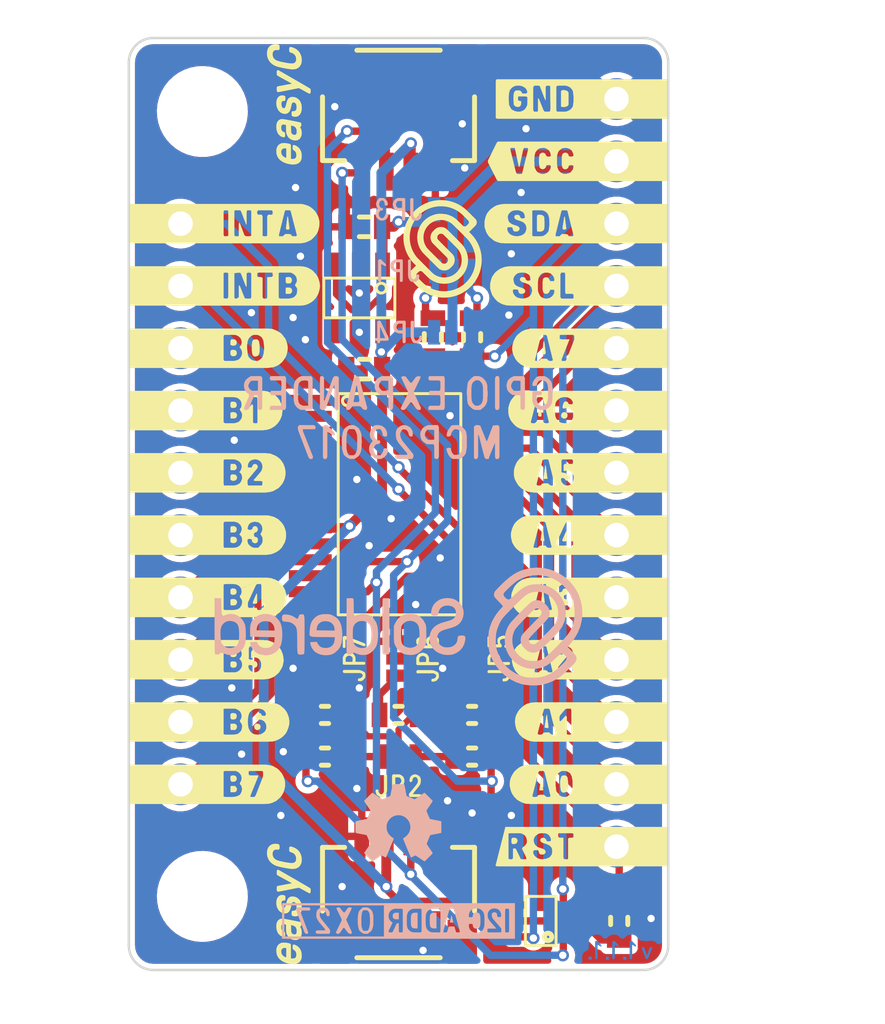
<source format=kicad_pcb>
(kicad_pcb (version 20210623) (generator pcbnew)
  (title_block (title "IO expander MCP23017 breakout") (date "2021-09-29") (rev "V1.1.1.") (company "SOLDERED") (comment 1 "333007"))
  (layers (0 "F.Cu" signal) (31 "B.Cu" signal) (34 "B.Paste" user) (35 "F.Paste" user) (36 "B.SilkS" user "B.Silkscreen") (37 "F.SilkS" user "F.Silkscreen") (38 "B.Mask" user) (39 "F.Mask" user) (44 "Edge.Cuts" user))
  (net 0 "")
  (net 1 "Net-(C3-Pad2)")
  (net 2 "GND")
  (net 3 "3V3")
  (net 4 "SDA_PULL5")
  (net 5 "5V")
  (net 6 "SCL_PULL5")
  (net 7 "SDA_PULL3,3")
  (net 8 "SCL_PULL3,3")
  (net 9 "Net-(JP5-Pad3)")
  (net 10 "A0")
  (net 11 "Net-(JP6-Pad3)")
  (net 12 "A1")
  (net 13 "Net-(JP7-Pad3)")
  (net 14 "A2")
  (net 15 "SDA3,3")
  (net 16 "SCL3,3")
  (net 17 "SCL5")
  (net 18 "SDA5")
  (net 19 "GPB0")
  (net 20 "GPB1")
  (net 21 "GPB2")
  (net 22 "GPB3")
  (net 23 "GPB4")
  (net 24 "GPB5")
  (net 25 "GPB6")
  (net 26 "GPB7")
  (net 27 "INTA")
  (net 28 "INTB")
  (net 29 "~{RESET}")
  (net 30 "GPA0")
  (net 31 "GPA1")
  (net 32 "GPA2")
  (net 33 "GPA3")
  (net 34 "GPA4")
  (net 35 "GPA5")
  (net 36 "GPA6")
  (net 37 "GPA7")
  (footprint "e-radionica.com footprinti:easyC-connector" (layer "F.Cu") (at 101 105.3)
    (fp_text reference "K3")
    (fp_text value "easyC-SMD")
  )
  (footprint "buzzardLabel" (layer "F.Cu") (at 112.4 112.11)
    (fp_text reference "")
    (fp_text value "")
  )
  (footprint "Soldered Graphics:Logo-Back-SolderedFULL-15mm" (layer "F.Cu") (at 101 126)
    (fp_text reference "REF**" hide)
    (fp_text value "Logo-Front-SolderedFULL-15mm" hide)
  )
  (footprint "e-radionica.com footprinti:0603R" (layer "F.Cu") (at 98 129.6)
    (fp_text reference "R8")
    (fp_text value "10k")
  )
  (footprint "e-radionica.com footprinti:0603C" (layer "F.Cu") (at 99.6 115.5)
    (fp_text reference "C4")
    (fp_text value "2.2uF")
  )
  (footprint "e-radionica.com footprinti:SOT-363" (layer "F.Cu") (at 106.8 138 180)
    (fp_text reference "U2")
    (fp_text value "NMOS-DUAL")
  )
  (footprint "buzzardLabel" (layer "F.Cu") (at 112.4 114.65)
    (fp_text reference "")
    (fp_text value "")
  )
  (footprint "e-radionica.com footprinti:FIDUCIAL_23" (layer "F.Cu") (at 101 104.2)
    (fp_text reference "FD1")
    (fp_text value "FIDUCIAL")
  )
  (footprint "e-radionica.com footprinti:easyC-connector" (layer "F.Cu") (at 101 136.7 180)
    (fp_text reference "K1")
    (fp_text value "easyC-SMD")
  )
  (footprint "buzzardLabel" (layer "F.Cu") (at 112.4 134.97)
    (fp_text reference "")
    (fp_text value "")
  )
  (footprint "buzzardLabel" (layer "F.Cu") (at 112.4 119.73)
    (fp_text reference "")
    (fp_text value "")
  )
  (footprint "e-radionica.com footprinti:SOT-23-5" (layer "F.Cu") (at 99.4 112.6 -90)
    (fp_text reference "U3")
    (fp_text value "SE5218")
  )
  (footprint "Soldered Graphics:Logo-Back-OSH-3.5mm" (layer "F.Cu") (at 101 134)
    (fp_text reference "G***" hide)
    (fp_text value "LOGO" hide)
  )
  (footprint "e-radionica.com footprinti:0603R" (layer "F.Cu") (at 98 131.3 180)
    (fp_text reference "R1")
    (fp_text value "10k")
  )
  (footprint "buzzardLabel" (layer "F.Cu") (at 112.4 124.81)
    (fp_text reference "")
    (fp_text value "")
  )
  (footprint "e-radionica.com footprinti:0603R" (layer "F.Cu") (at 104 129.6 180)
    (fp_text reference "R6")
    (fp_text value "10k")
  )
  (footprint "Soldered Graphics:Logo-Front-easyC-5mm" (layer "F.Cu") (at 96.5 104.7 90)
    (fp_text reference "G***" hide)
    (fp_text value "LOGO" hide)
  )
  (footprint "e-radionica.com footprinti:0603R" (layer "F.Cu") (at 102.4 114.2 -90)
    (fp_text reference "R2")
    (fp_text value "10k")
  )
  (footprint "buzzardLabel" (layer "F.Cu") (at 112.4 129.89)
    (fp_text reference "")
    (fp_text value "")
  )
  (footprint "buzzardLabel" (layer "F.Cu") (at 99.2 127.3 90)
    (fp_text reference "")
    (fp_text value "")
  )
  (footprint "buzzardLabel" (layer "F.Cu") (at 112.4 117.19)
    (fp_text reference "")
    (fp_text value "")
  )
  (footprint "e-radionica.com footprinti:SMD_JUMPER_3_PAD_TRACE" (layer "F.Cu") (at 101 131.3 180)
    (fp_text reference "JP2")
    (fp_text value "SMD_JUMPER_3_PAD_TRACE")
  )
  (footprint "e-radionica.com footprinti:0603R" (layer "F.Cu") (at 110 138 -90)
    (fp_text reference "R5")
    (fp_text value "10k")
  )
  (footprint "buzzardLabel" (layer "F.Cu") (at 102.2 127.3 90)
    (fp_text reference "")
    (fp_text value "")
  )
  (footprint "e-radionica.com footprinti:SMD_JUMPER_3_PAD_CONNECTED_RIGHT" (layer "F.Cu") (at 104 127.3 -90)
    (fp_text reference "JP5")
    (fp_text value "SMD_JUMPER_3_PAD_CONNECTED_RIGHT")
  )
  (footprint "buzzardLabel" (layer "F.Cu") (at 112.4 122.27)
    (fp_text reference "")
    (fp_text value "")
  )
  (footprint "buzzardLabel" (layer "F.Cu") (at 112.4 107.03)
    (fp_text reference "")
    (fp_text value "")
  )
  (footprint "buzzardLabel" (layer "F.Cu") (at 89.6 127.35)
    (fp_text reference "")
    (fp_text value "")
  )
  (footprint "buzzardLabel" (layer "F.Cu") (at 101 132.5)
    (fp_text reference "")
    (fp_text value "")
  )
  (footprint "buzzardLabel" (layer "F.Cu") (at 89.6 119.73)
    (fp_text reference "")
    (fp_text value "")
  )
  (footprint "buzzardLabel" (layer "F.Cu") (at 112.4 109.57)
    (fp_text reference "")
    (fp_text value "")
  )
  (footprint "buzzardLabel" (layer "F.Cu") (at 89.6 114.65)
    (fp_text reference "")
    (fp_text value "")
  )
  (footprint "Soldered Graphics:Logo-Front-easyC-5mm" (layer "F.Cu") (at 96.5 137.3 90)
    (fp_text reference "G***" hide)
    (fp_text value "LOGO" hide)
  )
  (footprint "e-radionica.com footprinti:HOLE_3.2mm" (layer "F.Cu") (at 93 105)
    (fp_text reference "H1" hide)
    (fp_text value "HOLE_3.2mm" hide)
  )
  (footprint "buzzardLabel" (layer "F.Cu") (at 105.1 127.3 90)
    (fp_text reference "")
    (fp_text value "")
  )
  (footprint "buzzardLabel" (layer "F.Cu") (at 89.6 129.89)
    (fp_text reference "")
    (fp_text value "")
  )
  (footprint "e-radionica.com footprinti:SMD_JUMPER_3_PAD_CONNECTED_RIGHT" (layer "F.Cu") (at 98 127.3 -90)
    (fp_text reference "JP7")
    (fp_text value "SMD_JUMPER_3_PAD_CONNECTED_RIGHT")
  )
  (footprint "e-radionica.com footprinti:0603R" (layer "F.Cu") (at 104 131.3 180)
    (fp_text reference "R4")
    (fp_text value "10k")
  )
  (footprint "buzzardLabel" (layer "F.Cu") (at 89.6 122.27)
    (fp_text reference "")
    (fp_text value "")
  )
  (footprint "buzzardLabel" (layer "F.Cu") (at 89.6 112.11)
    (fp_text reference "")
    (fp_text value "")
  )
  (footprint "buzzardLabel" (layer "F.Cu") (at 89.6 109.57)
    (fp_text reference "")
    (fp_text value "")
  )
  (footprint "buzzardLabel" (layer "F.Cu") (at 112.4 132.43)
    (fp_text reference "")
    (fp_text value "")
  )
  (footprint "e-radionica.com footprinti:HOLE_3.2mm" (layer "F.Cu") (at 93 137)
    (fp_text reference "H2" hide)
    (fp_text value "HOLE_3.2mm" hide)
  )
  (footprint "buzzardLabel" (layer "F.Cu") (at 112.4 104.49)
    (fp_text reference "")
    (fp_text value "")
  )
  (footprint "e-radionica.com footprinti:0603R" (layer "F.Cu") (at 104 114.2 90)
    (fp_text reference "R3")
    (fp_text value "10k")
  )
  (footprint "buzzardLabel" (layer "F.Cu") (at 112.4 127.35)
    (fp_text reference "")
    (fp_text value "")
  )
  (footprint "buzzardLabel" (layer "F.Cu") (at 89.6 132.43)
    (fp_text reference "")
    (fp_text value "")
  )
  (footprint "buzzardLabel" (layer "F.Cu") (at 89.6 117.19)
    (fp_text reference "")
    (fp_text value "")
  )
  (footprint "Soldered Graphics:Logo-Front-Soldered-4mm" (layer "F.Cu") (at 102.8 110.6)
    (fp_text reference "G***" hide)
    (fp_text value "LOGO" hide)
  )
  (footprint "e-radionica.com footprinti:SMD_JUMPER_3_PAD_CONNECTED_RIGHT" (layer "F.Cu") (at 101 127.3 -90)
    (fp_text reference "JP6")
    (fp_text value "SMD_JUMPER_3_PAD_CONNECTED_RIGHT")
  )
  (footprint "e-radionica.com footprinti:MCP23017" (layer "F.Cu") (at 101 121)
    (fp_text reference "U1")
    (fp_text value "MCP23017T-E_SS")
  )
  (footprint "buzzardLabel" (layer "F.Cu") (at 89.6 124.81)
    (fp_text reference "")
    (fp_text value "")
  )
  (footprint "e-radionica.com footprinti:0603C" (layer "F.Cu") (at 99.6 109.7)
    (fp_text reference "C3")
    (fp_text value "2.2uF")
  )
  (footprint "e-radionica.com footprinti:0603R" (layer "F.Cu") (at 101 129.6)
    (fp_text reference "R7")
    (fp_text value "10k")
  )
  (footprint "e-radionica.com footprinti:SMD_JUMPER" (layer "B.Cu") (at 102.8 114 180)
    (fp_text reference "JP4")
    (fp_text value "SMD_JUMPER")
  )
  (footprint "e-radionica.com footprinti:SMD-JUMPER-CONNECTED_TRACE_SLODERMASK" (layer "B.Cu") (at 102.8 109)
    (fp_text reference "JP3")
    (fp_text value "SMD-JUMPER-CONNECTED_TRACE_SLODERMASK")
  )
  (footprint "buzzardLabel" (layer "B.Cu") (at 101 109 180)
    (fp_text reference "")
    (fp_text value "")
  )
  (footprint "buzzardLabel" (layer "B.Cu") (at 101 118.5 180)
    (fp_text reference "")
    (fp_text value "")
  )
  (footprint "buzzardLabel" (layer "B.Cu") (at 101 114 180)
    (fp_text reference "")
    (fp_text value "")
  )
  (footprint "e-radionica.com footprinti:HEADER_MALE_8X1" (layer "B.Cu") (at 92.11 123.54 90)
    (fp_text reference "K4")
    (fp_text value "HEADER_MALE_8X1")
  )
  (footprint "buzzardLabel" (layer "B.Cu") (at 98.4 138 180)
    (fp_text reference "")
    (fp_text value "")
  )
  (footprint "e-radionica.com footprinti:HEADER_MALE_2X1" (layer "B.Cu") (at 92.11 110.84 90)
    (fp_text reference "K7")
    (fp_text value "HEADER_MALE_2X1")
  )
  (footprint "e-radionica.com footprinti:HEADER_MALE_8X1" (layer "B.Cu") (at 109.89 123.54 -90)
    (fp_text reference "K6")
    (fp_text value "HEADER_MALE_8X1")
  )
  (footprint "e-radionica.com footprinti:SMD_JUMPER_3_PAD_TRACE" (layer "B.Cu") (at 103.2 111.5)
    (fp_text reference "JP1")
    (fp_text value "SMD_JUMPER_3_PAD_TRACE")
  )
  (footprint "buzzardLabel" (layer "B.Cu") (at 101 116.5 180)
    (fp_text reference "")
    (fp_text value "")
  )
  (footprint "buzzardLabel" (layer "B.Cu") (at 101 111.5 180)
    (fp_text reference "")
    (fp_text value "")
  )
  (footprint "e-radionica.com footprinti:HEADER_MALE_4X1" (layer "B.Cu") (at 109.89 108.3 -90)
    (fp_text reference "K2")
    (fp_text value "HEADER_MALE_4X1")
  )
  (footprint "e-radionica.com footprinti:HEADER_MALE_1X1" (layer "B.Cu") (at 109.89 134.97 180)
    (fp_text reference "K5")
    (fp_text value "HEADER_MALE_1X1")
  )
  (footprint "Soldered Graphics:Version1.1.1." (layer "B.Cu") (at 110 139.2 180)
    (fp_text reference "REF**" hide)
    (fp_text value "Version1.1.1." hide)
  )
  (footprint "Soldered Graphics:Symbol-Front-I2C-ADDR-Field" (layer "B.Cu") (at 101 138 180)
    (fp_text reference "REF**" hide)
    (fp_text value "Symbol-Front-I2C-ADDR-Field" hide)
  )
  (gr_arc (start 91 103) (end 91 102) (angle -90) (layer "Edge.Cuts") (width 0.1))
  (gr_arc (start 111 102.999997) (end 112 103) (angle -90) (layer "Edge.Cuts") (width 0.1))
  (gr_arc (start 91 139) (end 91 140) (angle 90) (layer "Edge.Cuts") (width 0.1))
  (gr_line (start 91 102) (end 111 102) (layer "Edge.Cuts") (width 0.1))
  (gr_line (start 112 103) (end 112 139) (layer "Edge.Cuts") (width 0.1))
  (gr_line (start 111 140) (end 91 140) (layer "Edge.Cuts") (width 0.1))
  (gr_arc (start 111.000003 139) (end 111 140) (angle -90) (layer "Edge.Cuts") (width 0.1))
  (gr_line (start 90 139) (end 90 103) (layer "Edge.Cuts") (width 0.1))
  (segment (start 98.45 111.3) (end 98.45 112.45) (width 0.254) (layer "F.Cu") (net 1))
  (segment (start 100.8 109.7) (end 101 109.5) (width 0.4) (layer "F.Cu") (net 1))
  (segment (start 99.1 113.1) (end 99.707656 113.1) (width 0.254) (layer "F.Cu") (net 1))
  (segment (start 100.35 111.3) (end 100.35 109.72) (width 0.4) (layer "F.Cu") (net 1))
  (segment (start 98.45 112.45) (end 99.1 113.1) (width 0.254) (layer "F.Cu") (net 1))
  (segment (start 100.33 109.7) (end 100.8 109.7) (width 0.4) (layer "F.Cu") (net 1))
  (segment (start 99.707656 113.1) (end 100.35 112.457656) (width 0.254) (layer "F.Cu") (net 1))
  (segment (start 100.35 112.457656) (end 100.35 111.3) (width 0.254) (layer "F.Cu") (net 1))
  (segment (start 100.35 109.72) (end 100.33 109.7) (width 0.4) (layer "F.Cu") (net 1))
  (via (at 101 109.5) (size 0.5) (drill 0.3) (layers "F.Cu" "B.Cu") (net 1))
  (segment (start 101.95 109.5) (end 102.45 109) (width 0.4) (layer "B.Cu") (net 1))
  (segment (start 101 109.5) (end 101.95 109.5) (width 0.4) (layer "B.Cu") (net 1))
  (segment (start 99.4 111.3) (end 99.4 110.23) (width 0.4) (layer "F.Cu") (net 2))
  (segment (start 99.4 110.23) (end 98.87 109.7) (width 0.4) (layer "F.Cu") (net 2))
  (via (at 99.4 128.5) (size 0.5) (drill 0.3) (layers "F.Cu" "B.Cu") (net 2))
  (via (at 102.7 123.2) (size 0.5) (drill 0.3) (layers "F.Cu" "B.Cu") (net 2))
  (via (at 99.3 132.6) (size 0.5) (drill 0.3) (layers "F.Cu" "B.Cu") (net 2))
  (via (at 104 133.6) (size 0.5) (drill 0.3) (layers "F.Cu" "B.Cu") (net 2))
  (via (at 102.8 127.7) (size 0.5) (drill 0.3) (layers "F.Cu" "B.Cu") (net 2))
  (via (at 97 110.9) (size 0.5) (drill 0.3) (layers "F.Cu" "B.Cu") (net 2))
  (via (at 98.4 104.8) (size 0.5) (drill 0.3) (layers "F.Cu" "B.Cu") (net 2))
  (via (at 96.8 108.1) (size 0.5) (drill 0.3) (layers "F.Cu" "B.Cu") (net 2))
  (via (at 101.7 125.1) (size 0.5) (drill 0.3) (layers "F.Cu" "B.Cu") (net 2))
  (via (at 103.1 117.4) (size 0.5) (drill 0.3) (layers "F.Cu" "B.Cu") (net 2))
  (via (at 99.4 114) (size 0.5) (drill 0.3) (layers "F.Cu" "B.Cu") (net 2))
  (via (at 106 108.3) (size 0.5) (drill 0.3) (layers "F.Cu" "B.Cu") (net 2))
  (via (at 106.2 105.7) (size 0.5) (drill 0.3) (layers "F.Cu" "B.Cu") (net 2))
  (via (at 96.3 131.1) (size 0.5) (drill 0.3) (layers "F.Cu" "B.Cu") (net 2))
  (via (at 105.5 113.3) (size 0.5) (drill 0.3) (layers "F.Cu" "B.Cu") (net 2))
  (via (at 99.4 112.4) (size 0.5) (drill 0.3) (layers "F.Cu" "B.Cu") (net 2))
  (via (at 94.3 118.4) (size 0.5) (drill 0.3) (layers "F.Cu" "B.Cu") (net 2))
  (via (at 96.2 133.7) (size 0.5) (drill 0.3) (layers "F.Cu" "B.Cu") (net 2))
  (via (at 105.6 110.8) (size 0.5) (drill 0.3) (layers "F.Cu" "B.Cu") (net 2))
  (via (at 97.2 114.3) (size 0.5) (drill 0.3) (layers "F.Cu" "B.Cu") (net 2))
  (via (at 94.2 128.5) (size 0.5) (drill 0.3) (layers "F.Cu" "B.Cu") (net 2))
  (via (at 98.7 136.6) (size 0.5) (drill 0.3) (layers "F.Cu" "B.Cu") (net 2))
  (via (at 103.7 107.3) (size 0.5) (drill 0.3) (layers "F.Cu" "B.Cu") (net 2))
  (via (at 96.7 113.4) (size 0.5) (drill 0.3) (layers "F.Cu" "B.Cu") (net 2))
  (via (at 99.8 122.7) (size 0.5) (drill 0.3) (layers "F.Cu" "B.Cu") (net 2))
  (via (at 105.6 133.7) (size 0.5) (drill 0.3) (layers "F.Cu" "B.Cu") (net 2))
  (via (at 103.6 105.5) (size 0.5) (drill 0.3) (layers "F.Cu" "B.Cu") (net 2))
  (via (at 94.6 131.2) (size 0.5) (drill 0.3) (layers "F.Cu" "B.Cu") (net 2))
  (via (at 96.7 127.7) (size 0.5) (drill 0.3) (layers "F.Cu" "B.Cu") (net 2))
  (via (at 102 139.2) (size 0.5) (drill 0.3) (layers "F.Cu" "B.Cu") (net 2))
  (via (at 111.3 137.9) (size 0.5) (drill 0.3) (layers "F.Cu" "B.Cu") (net 2))
  (via (at 100.7 121.6) (size 0.5) (drill 0.3) (layers "F.Cu" "B.Cu") (net 2))
  (via (at 95 113.2) (size 0.5) (drill 0.3) (layers "F.Cu" "B.Cu") (net 2))
  (via (at 103 133.1) (size 0.5) (drill 0.3) (layers "F.Cu" "B.Cu") (net 2))
  (via (at 99.3 120) (size 0.5) (drill 0.3) (layers "F.Cu" "B.Cu") (net 2))
  (segment (start 101 130.596978) (end 101 130.2) (width 0.254) (layer "F.Cu") (net 3))
  (segment (start 104.3 137.2) (end 101 137.2) (width 0.3) (layer "F.Cu") (net 3))
  (segment (start 101 131.3) (end 101 132.7) (width 0.254) (layer "F.Cu") (net 3))
  (segment (start 100.5 133.2) (end 100.5 134.55) (width 0.254) (layer "F.Cu") (net 3))
  (segment (start 107.72 138) (end 105.88 138) (width 0.3) (layer "F.Cu") (net 3))
  (segment (start 98.775 129.5) (end 99.748489 130.473489) (width 0.254) (layer "F.Cu") (net 3))
  (segment (start 108.5 138) (end 109.275 138.775) (width 0.3) (layer "F.Cu") (net 3))
  (segment (start 100.876511 130.473489) (end 101 130.596978) (width 0.254) (layer "F.Cu") (net 3))
  (segment (start 100.5 136.6) (end 100.5 136) (width 0.4) (layer "F.Cu") (net 3))
  (segment (start 100.5 134.55) (end 100.5 136) (width 0.4) (layer "F.Cu") (net 3))
  (segment (start 100.3 114.8) (end 100.3 113.95) (width 0.4) (layer "F.Cu") (net 3))
  (segment (start 101.6 129.6) (end 101.775 129.6) (width 0.254) (layer "F.Cu") (net 3))
  (segment (start 105.88 138) (end 105.1 138) (width 0.3) (layer "F.Cu") (net 3))
  (segment (start 107.72 138) (end 108.5 138) (width 0.3) (layer "F.Cu") (net 3))
  (segment (start 99.748489 130.473489) (end 100.876511 130.473489) (width 0.254) (layer "F.Cu") (net 3))
  (segment (start 101 130.2) (end 101.6 129.6) (width 0.254) (layer "F.Cu") (net 3))
  (segment (start 101.775 129.6) (end 103.225 129.6) (width 0.254) (layer "F.Cu") (net 3))
  (segment (start 99 121.9) (end 98.925 121.975) (width 0.4) (layer "F.Cu") (net 3))
  (segment (start 101 130.596978) (end 101 131.3) (width 0.254) (layer "F.Cu") (net 3))
  (segment (start 101 132.7) (end 100.5 133.2) (width 0.254) (layer "F.Cu") (net 3))
  (segment (start 105.1 138) (end 104.3 137.2) (width 0.3) (layer "F.Cu") (net 3))
  (segment (start 100.5 136.7) (end 100.5 136) (width 0.3) (layer "F.Cu") (net 3))
  (segment (start 101.5 106.3) (end 101.5 107.45) (width 0.4) (layer "F.Cu") (net 3))
  (segment (start 100.3 113.95) (end 100.35 113.9) (width 0.4) (layer "F.Cu") (net 3))
  (segment (start 98.925 121.975) (end 97.4 121.975) (width 0.4) (layer "F.Cu") (net 3))
  (segment (start 100.33 114.83) (end 100.3 114.8) (width 0.4) (layer "F.Cu") (net 3))
  (segment (start 99 121.9) (end 100.33 120.57) (width 0.4) (layer "F.Cu") (net 3))
  (segment (start 109.275 138.775) (end 110 138.775) (width 0.3) (layer "F.Cu") (net 3))
  (segment (start 100.33 115.5) (end 100.33 114.83) (width 0.4) (layer "F.Cu") (net 3))
  (segment (start 101 137.2) (end 100.5 136.7) (width 0.3) (layer "F.Cu") (net 3))
  (segment (start 100.33 120.57) (end 100.33 115.5) (width 0.4) (layer "F.Cu") (net 3))
  (via (at 99 121.9) (size 0.5) (drill 0.3) (layers "F.Cu" "B.Cu") (net 3))
  (via (at 101.5 106.3) (size 0.5) (drill 0.3) (layers "F.Cu" "B.Cu") (net 3))
  (via (at 100.3 114.8) (size 0.5) (drill 0.3) (layers "F.Cu" "B.Cu") (net 3))
  (via (at 100.5 136.6) (size 0.5) (drill 0.3) (layers "F.Cu" "B.Cu") (net 3))
  (segment (start 101.1 114) (end 100.3 114.8) (width 0.4) (layer "B.Cu") (net 3))
  (segment (start 100.3 107.5) (end 100.3 114.8) (width 0.4) (layer "B.Cu") (net 3))
  (segment (start 101.5 106.3) (end 100.3 107.5) (width 0.4) (layer "B.Cu") (net 3))
  (segment (start 95.5 131.6) (end 100.5 136.6) (width 0.4) (layer "B.Cu") (net 3))
  (segment (start 102.45 114) (end 101.1 114) (width 0.4) (layer "B.Cu") (net 3))
  (segment (start 99 121.9) (end 95.5 125.4) (width 0.4) (layer "B.Cu") (net 3))
  (segment (start 95.5 125.4) (end 95.5 131.6) (width 0.4) (layer "B.Cu") (net 3))
  (segment (start 104.2 112.6) (end 104.2 113.225) (width 0.3) (layer "F.Cu") (net 4))
  (segment (start 104.2 113.225) (end 104 113.425) (width 0.3) (layer "F.Cu") (net 4))
  (via (at 104.2 112.6) (size 0.5) (drill 0.3) (layers "F.Cu" "B.Cu") (net 4))
  (segment (start 104.2 112.6) (end 103.9 112.3) (width 0.3) (layer "B.Cu") (net 4))
  (segment (start 103.9 112.3) (end 103.9 111.5) (width 0.3) (layer "B.Cu") (net 4))
  (segment (start 103.2 111.5) (end 103.2 113.95) (width 0.4) (layer "B.Cu") (net 5))
  (segment (start 103.2 113.95) (end 103.15 114) (width 0.4) (layer "B.Cu") (net 5))
  (segment (start 103.2 109.05) (end 103.15 109) (width 0.4) (layer "B.Cu") (net 5))
  (segment (start 103.2 111.5) (end 103.2 109.05) (width 0.4) (layer "B.Cu") (net 5))
  (segment (start 109.89 107.03) (end 105.12 107.03) (width 0.4) (layer "B.Cu") (net 5))
  (segment (start 105.12 107.03) (end 103.15 109) (width 0.4) (layer "B.Cu") (net 5))
  (segment (start 102.1 112.6) (end 102.1 113.125) (width 0.3) (layer "F.Cu") (net 6))
  (segment (start 102.1 113.125) (end 102.4 113.425) (width 0.3) (layer "F.Cu") (net 6))
  (via (at 102.1 112.6) (size 0.5) (drill 0.3) (layers "F.Cu" "B.Cu") (net 6))
  (segment (start 102.1 112.6) (end 102.5 112.2) (width 0.3) (layer "B.Cu") (net 6))
  (segment (start 102.5 112.2) (end 102.5 111.5) (width 0.3) (layer "B.Cu") (net 6))
  (segment (start 98.775 131.3) (end 100.3 131.3) (width 0.3) (layer "F.Cu") (net 7))
  (segment (start 101.7 131.3) (end 103.225 131.3) (width 0.3) (layer "F.Cu") (net 8))
  (segment (start 104.775 129.5) (end 104.775 128.775) (width 0.3) (layer "F.Cu") (net 9))
  (segment (start 104.775 128.775) (end 104 128) (width 0.3) (layer "F.Cu") (net 9))
  (segment (start 105.2 125.825) (end 104.6 125.225) (width 0.3) (layer "F.Cu") (net 10))
  (segment (start 104.749022 127.3) (end 105.2 126.849022) (width 0.3) (layer "F.Cu") (net 10))
  (segment (start 104 127.3) (end 104.749022 127.3) (width 0.3) (layer "F.Cu") (net 10))
  (segment (start 105.2 126.849022) (end 105.2 125.825) (width 0.3) (layer "F.Cu") (net 10))
  (segment (start 100.225 128.775) (end 101 128) (width 0.3) (layer "F.Cu") (net 11))
  (segment (start 100.225 129.5) (end 100.225 128.775) (width 0.3) (layer "F.Cu") (net 11))
  (segment (start 101 127.3) (end 101.9 127.3) (width 0.3) (layer "F.Cu") (net 12))
  (segment (start 102.5 125.3) (end 103.225 124.575) (width 0.3) (layer "F.Cu") (net 12))
  (segment (start 102.5 126.7) (end 102.5 125.3) (width 0.3) (layer "F.Cu") (net 12))
  (segment (start 101.9 127.3) (end 102.5 126.7) (width 0.3) (layer "F.Cu") (net 12))
  (segment (start 103.225 124.575) (end 104.6 124.575) (width 0.3) (layer "F.Cu") (net 12))
  (segment (start 97.225 129.6) (end 97.225 128.775) (width 0.3) (layer "F.Cu") (net 13))
  (segment (start 97.225 128.775) (end 98 128) (width 0.3) (layer "F.Cu") (net 13))
  (segment (start 104.6 123.925) (end 104.575497 123.949503) (width 0.3) (layer "F.Cu") (net 14))
  (segment (start 101.350497 123.949503) (end 99.5 125.8) (width 0.3) (layer "F.Cu") (net 14))
  (segment (start 98.9 127.3) (end 98 127.3) (width 0.3) (layer "F.Cu") (net 14))
  (segment (start 99.5 126.7) (end 98.9 127.3) (width 0.3) (layer "F.Cu") (net 14))
  (segment (start 99.5 125.8) (end 99.5 126.7) (width 0.3) (layer "F.Cu") (net 14))
  (segment (start 104.575497 123.949503) (end 101.350497 123.949503) (width 0.3) (layer "F.Cu") (net 14))
  (segment (start 100.5 106.375) (end 100.5 107.45) (width 0.3) (layer "F.Cu") (net 15))
  (segment (start 107.72 139.38) (end 107.72 138.65) (width 0.3) (layer "F.Cu") (net 15))
  (segment (start 99.725 124.575) (end 97.4 124.575) (width 0.3) (layer "F.Cu") (net 15))
  (segment (start 98.9 105.8) (end 99.925 105.8) (width 0.3) (layer "F.Cu") (net 15))
  (segment (start 97.225 132.225) (end 97.225 131.3) (width 0.3) (layer "F.Cu") (net 15))
  (segment (start 100.1 124.2) (end 99.725 124.575) (width 0.3) (layer "F.Cu") (net 15))
  (segment (start 97.3 132.3) (end 97.225 132.225) (width 0.3) (layer "F.Cu") (net 15))
  (segment (start 99.925 105.8) (end 100.5 106.375) (width 0.3) (layer "F.Cu") (net 15))
  (segment (start 107.7 139.4) (end 107.72 139.38) (width 0.3) (layer "F.Cu") (net 15))
  (segment (start 101.5 136.1) (end 101.5 134.55) (width 0.3) (layer "F.Cu") (net 15))
  (via (at 100.1 124.2) (size 0.5) (drill 0.3) (layers "F.Cu" "B.Cu") (net 15))
  (via (at 101.5 136.1) (size 0.5) (drill 0.3) (layers "F.Cu" "B.Cu") (net 15))
  (via (at 98.9 105.8) (size 0.5) (drill 0.3) (layers "F.Cu" "B.Cu") (net 15))
  (via (at 107.7 139.4) (size 0.5) (drill 0.3) (layers "F.Cu" "B.Cu") (net 15))
  (via (at 97.3 132.3) (size 0.5) (drill 0.3) (layers "F.Cu" "B.Cu") (net 15))
  (segment (start 101.5 136.15) (end 101.5 136.1) (width 0.3) (layer "B.Cu") (net 15))
  (segment (start 98.100489 114.406917) (end 98.100489 106.599511) (width 0.3) (layer "B.Cu") (net 15))
  (segment (start 104.75 139.4) (end 101.5 136.15) (width 0.3) (layer "B.Cu") (net 15))
  (segment (start 98.100489 106.599511) (end 98.9 105.8) (width 0.3) (layer "B.Cu") (net 15))
  (segment (start 100.1 124.2) (end 100.1 123.752162) (width 0.3) (layer "B.Cu") (net 15))
  (segment (start 100.1 123.752162) (end 102.50048 121.351682) (width 0.3) (layer "B.Cu") (net 15))
  (segment (start 100.2 134.8) (end 101.5 136.1) (width 0.3) (layer "B.Cu") (net 15))
  (segment (start 100.1 124.2) (end 100.1 134.7) (width 0.3) (layer "B.Cu") (net 15))
  (segment (start 97.7 132.3) (end 100.2 134.8) (width 0.3) (layer "B.Cu") (net 15))
  (segment (start 100.1 134.7) (end 100.2 134.8) (width 0.3) (layer "B.Cu") (net 15))
  (segment (start 102.50048 121.351682) (end 102.50048 118.806908) (width 0.3) (layer "B.Cu") (net 15))
  (segment (start 97.3 132.3) (end 97.7 132.3) (width 0.3) (layer "B.Cu") (net 15))
  (segment (start 102.50048 118.806908) (end 98.100489 114.406917) (width 0.3) (layer "B.Cu") (net 15))
  (segment (start 107.7 139.4) (end 104.75 139.4) (width 0.3) (layer "B.Cu") (net 15))
  (segment (start 99.175 123.925) (end 97.4 123.925) (width 0.3) (layer "F.Cu") (net 16))
  (segment (start 102.5 134.55) (end 103.85 134.55) (width 0.3) (layer "F.Cu") (net 16))
  (segment (start 98.7 107.5) (end 99.45 107.5) (width 0.3) (layer "F.Cu") (net 16))
  (segment (start 99.45 107.5) (end 99.5 107.45) (width 0.3) (layer "F.Cu") (net 16))
  (segment (start 103.85 134.55) (end 104.7 135.4) (width 0.3) (layer "F.Cu") (net 16))
  (segment (start 104.775 135.475) (end 104.7 135.4) (width 0.3) (layer "F.Cu") (net 16))
  (segment (start 99.750008 123.349992) (end 99.175 123.925) (width 0.3) (layer "F.Cu") (net 16))
  (segment (start 101.349992 123.349992) (end 99.750008 123.349992) (width 0.3) (layer "F.Cu") (net 16))
  (segment (start 105.88 136.58) (end 105.88 137.35) (width 0.3) (layer "F.Cu") (net 16))
  (segment (start 104.7 135.4) (end 105.88 136.58) (width 0.3) (layer "F.Cu") (net 16))
  (segment (start 104.775 131.3) (end 104.775 135.475) (width 0.3) (layer "F.Cu") (net 16))
  (via (at 98.7 107.5) (size 0.5) (drill 0.3) (layers "F.Cu" "B.Cu") (net 16))
  (via (at 104.8 132.3) (size 0.5) (drill 0.3) (layers "F.Cu" "B.Cu") (net 16))
  (via (at 101.349992 123.349992) (size 0.5) (drill 0.3) (layers "F.Cu" "B.Cu") (net 16))
  (segment (start 103.4 132.3) (end 104.8 132.3) (width 0.3) (layer "B.Cu") (net 16))
  (segment (start 101.349992 123.349992) (end 101.350008 123.349992) (width 0.3) (layer "B.Cu") (net 16))
  (segment (start 101.350008 123.349992) (end 103 121.7) (width 0.3) (layer "B.Cu") (net 16))
  (segment (start 103 121.7) (end 103 118.6) (width 0.3) (layer "B.Cu") (net 16))
  (segment (start 103 118.6) (end 98.7 114.3) (width 0.3) (layer "B.Cu") (net 16))
  (segment (start 100.8 123.899984) (end 100.8 129.7) (width 0.3) (layer "B.Cu") (net 16))
  (segment (start 100.8 129.7) (end 103.4 132.3) (width 0.3) (layer "B.Cu") (net 16))
  (segment (start 98.7 114.3) (end 98.7 107.5) (width 0.3) (layer "B.Cu") (net 16))
  (segment (start 101.349992 123.349992) (end 100.8 123.899984) (width 0.3) (layer "B.Cu") (net 16))
  (segment (start 107.72 137.35) (end 107.72 136.72) (width 0.3) (layer "F.Cu") (net 17))
  (segment (start 105.4 115.9) (end 109.19 112.11) (width 0.3) (layer "F.Cu") (net 17))
  (segment (start 107.72 136.72) (end 107.7 136.7) (width 0.3) (layer "F.Cu") (net 17))
  (segment (start 102.4 114.975) (end 103.325 115.9) (width 0.3) (layer "F.Cu") (net 17))
  (segment (start 103.325 115.9) (end 105.4 115.9) (width 0.3) (layer "F.Cu") (net 17))
  (segment (start 109.19 112.11) (end 109.89 112.11) (width 0.3) (layer "F.Cu") (net 17))
  (via (at 107.7 136.7) (size 0.5) (drill 0.3) (layers "F.Cu" "B.Cu") (net 17))
  (segment (start 107.7 136.7) (end 107.7 113.8) (width 0.3) (layer "B.Cu") (net 17))
  (segment (start 107.7 113.8) (end 109.39 112.11) (width 0.3) (layer "B.Cu") (net 17))
  (segment (start 109.39 112.11) (end 109.89 112.11) (width 0.3) (layer "B.Cu") (net 17))
  (segment (start 106.45 138.65) (end 106.5 138.7) (width 0.3) (layer "F.Cu") (net 18))
  (segment (start 105.88 138.65) (end 106.45 138.65) (width 0.3) (layer "F.Cu") (net 18))
  (segment (start 104 114.975) (end 104.925 114.975) (width 0.3) (layer "F.Cu") (net 18))
  (via (at 104.925 114.975) (size 0.5) (drill 0.3) (layers "F.Cu" "B.Cu") (net 18))
  (via (at 106.5 138.7) (size 0.5) (drill 0.3) (layers "F.Cu" "B.Cu") (net 18))
  (segment (start 106.5 111.8) (end 108.73 109.57) (width 0.3) (layer "B.Cu") (net 18))
  (segment (start 106.5 113.4) (end 104.925 114.975) (width 0.3) (layer "B.Cu") (net 18))
  (segment (start 106.5 112.96) (end 106.5 113.4) (width 0.3) (layer "B.Cu") (net 18))
  (segment (start 106.5 112.96) (end 106.5 111.8) (width 0.3) (layer "B.Cu") (net 18))
  (segment (start 108.73 109.57) (end 109.89 109.57) (width 0.3) (layer "B.Cu") (net 18))
  (segment (start 106.5 138.7) (end 106.5 112.96) (width 0.3) (layer "B.Cu") (net 18))
  (segment (start 97.4 116.775) (end 95.775 116.775) (width 0.3) (layer "F.Cu") (net 19))
  (segment (start 93.65 114.65) (end 92.11 114.65) (width 0.3) (layer "F.Cu") (net 19))
  (segment (start 95.775 116.775) (end 93.65 114.65) (width 0.3) (layer "F.Cu") (net 19))
  (segment (start 92.11 117.19) (end 92.345 117.425) (width 0.3) (layer "F.Cu") (net 20))
  (segment (start 92.345 117.425) (end 97.4 117.425) (width 0.3) (layer "F.Cu") (net 20))
  (segment (start 92.11 119.73) (end 94.07 119.73) (width 0.3) (layer "F.Cu") (net 21))
  (segment (start 95.725 118.075) (end 97.4 118.075) (width 0.3) (layer "F.Cu") (net 21))
  (segment (start 94.07 119.73) (end 95.725 118.075) (width 0.3) (layer "F.Cu") (net 21))
  (segment (start 92.11 122.27) (end 92.480266 122.27) (width 0.3) (layer "F.Cu") (net 22))
  (segment (start 92.480266 122.27) (end 96.025266 118.725) (width 0.3) (layer "F.Cu") (net 22))
  (segment (start 96.025266 118.725) (end 97.4 118.725) (width 0.3) (layer "F.Cu") (net 22))
  (segment (start 94.267747 122.652253) (end 94.267747 121.188947) (width 0.3) (layer "F.Cu") (net 23))
  (segment (start 96.081694 119.375) (end 97.4 119.375) (width 0.3) (layer "F.Cu") (net 23))
  (segment (start 92.11 124.81) (end 94.267747 122.652253) (width 0.3) (layer "F.Cu") (net 23))
  (segment (start 94.267747 121.188947) (end 96.081694 119.375) (width 0.3) (layer "F.Cu") (net 23))
  (segment (start 94.767267 121.395855) (end 96.138122 120.025) (width 0.3) (layer "F.Cu") (net 24))
  (segment (start 92.11 127.35) (end 94.767266 124.692734) (width 0.3) (layer "F.Cu") (net 24))
  (segment (start 96.138122 120.025) (end 97.4 120.025) (width 0.3) (layer "F.Cu") (net 24))
  (segment (start 94.767266 124.692734) (end 94.767267 121.395855) (width 0.3) (layer "F.Cu") (net 24))
  (segment (start 93.943572 129.89) (end 95.266786 128.566786) (width 0.3) (layer "F.Cu") (net 25))
  (segment (start 92.11 129.89) (end 93.943572 129.89) (width 0.3) (layer "F.Cu") (net 25))
  (segment (start 96.19455 120.675) (end 97.4 120.675) (width 0.3) (layer "F.Cu") (net 25))
  (segment (start 95.266786 121.602764) (end 96.19455 120.675) (width 0.3) (layer "F.Cu") (net 25))
  (segment (start 95.266786 128.566786) (end 95.266786 121.602764) (width 0.3) (layer "F.Cu") (net 25))
  (segment (start 96.250978 121.325) (end 97.4 121.325) (width 0.3) (layer "F.Cu") (net 26))
  (segment (start 92.11 132.43) (end 95.8 128.74) (width 0.3) (layer "F.Cu") (net 26))
  (segment (start 95.8 121.775978) (end 96.250978 121.325) (width 0.3) (layer "F.Cu") (net 26))
  (segment (start 95.8 128.74) (end 95.8 121.775978) (width 0.3) (layer "F.Cu") (net 26))
  (segment (start 103.450978 121.975) (end 104.6 121.975) (width 0.3) (layer "F.Cu") (net 27))
  (segment (start 101 119.5) (end 101 119.524022) (width 0.3) (layer "F.Cu") (net 27))
  (segment (start 101 119.524022) (end 103.450978 121.975) (width 0.3) (layer "F.Cu") (net 27))
  (via (at 101 119.5) (size 0.5) (drill 0.3) (layers "F.Cu" "B.Cu") (net 27))
  (segment (start 101 119.5) (end 95.7 114.2) (width 0.3) (layer "B.Cu") (net 27))
  (segment (start 95.7 111.3) (end 93.97 109.57) (width 0.3) (layer "B.Cu") (net 27))
  (segment (start 95.7 114.2) (end 95.7 111.3) (width 0.3) (layer "B.Cu") (net 27))
  (segment (start 93.97 109.57) (end 92.11 109.57) (width 0.3) (layer "B.Cu") (net 27))
  (segment (start 103.2045 122.625) (end 104.6 122.625) (width 0.3) (layer "F.Cu") (net 28))
  (segment (start 101 120.4205) (end 103.2045 122.625) (width 0.3) (layer "F.Cu") (net 28))
  (segment (start 101 120.4) (end 101 120.4205) (width 0.3) (layer "F.Cu") (net 28))
  (via (at 101 120.4) (size 0.5) (drill 0.3) (layers "F.Cu" "B.Cu") (net 28))
  (segment (start 92.71 112.11) (end 92.11 112.11) (width 0.3) (layer "B.Cu") (net 28))
  (segment (start 101 120.4) (end 92.71 112.11) (width 0.3) (layer "B.Cu") (net 28))
  (segment (start 110 137.225) (end 110 135.08) (width 0.3) (layer "F.Cu") (net 29))
  (segment (start 105.749022 123.275) (end 104.6 123.275) (width 0.3) (layer "F.Cu") (net 29))
  (segment (start 109.89 134.97) (end 106.2 131.28) (width 0.3) (layer "F.Cu") (net 29))
  (segment (start 106.2 123.725978) (end 105.749022 123.275) (width 0.3) (layer "F.Cu") (net 29))
  (segment (start 110 135.08) (end 109.89 134.97) (width 0.3) (layer "F.Cu") (net 29))
  (segment (start 106.2 131.28) (end 106.2 123.725978) (width 0.3) (layer "F.Cu") (net 29))
  (segment (start 109.89 132.43) (end 106.69952 129.23952) (width 0.3) (layer "F.Cu") (net 30))
  (segment (start 105.818572 121.325) (end 104.6 121.325) (width 0.3) (layer "F.Cu") (net 30))
  (segment (start 106.69952 122.205948) (end 105.818572 121.325) (width 0.3) (layer "F.Cu") (net 30))
  (segment (start 106.69952 129.23952) (end 106.69952 122.205948) (width 0.3) (layer "F.Cu") (net 30))
  (segment (start 107.19904 127.19904) (end 107.19904 121.99904) (width 0.3) (layer "F.Cu") (net 31))
  (segment (start 105.875 120.675) (end 104.6 120.675) (width 0.3) (layer "F.Cu") (net 31))
  (segment (start 107.19904 121.99904) (end 105.875 120.675) (width 0.3) (layer "F.Cu") (net 31))
  (segment (start 109.89 129.89) (end 107.19904 127.19904) (width 0.3) (layer "F.Cu") (net 31))
  (segment (start 105.931427 120.025) (end 104.6 120.025) (width 0.3) (layer "F.Cu") (net 32))
  (segment (start 107.698559 125.158559) (end 107.698559 121.792132) (width 0.3) (layer "F.Cu") (net 32))
  (segment (start 109.89 127.35) (end 107.698559 125.158559) (width 0.3) (layer "F.Cu") (net 32))
  (segment (start 107.698559 121.792132) (end 105.931427 120.025) (width 0.3) (layer "F.Cu") (net 32))
  (segment (start 108.198078 121.585223) (end 105.987855 119.375) (width 0.3) (layer "F.Cu") (net 33))
  (segment (start 108.198078 124.098078) (end 108.198078 121.585223) (width 0.3) (layer "F.Cu") (net 33))
  (segment (start 108.91 124.81) (end 108.198078 124.098078) (width 0.3) (layer "F.Cu") (net 33))
  (segment (start 105.987855 119.375) (end 104.6 119.375) (width 0.3) (layer "F.Cu") (net 33))
  (segment (start 109.89 124.81) (end 108.91 124.81) (width 0.3) (layer "F.Cu") (net 33))
  (segment (start 109.89 122.27) (end 106.345 118.725) (width 0.3) (layer "F.Cu") (net 34))
  (segment (start 106.345 118.725) (end 104.6 118.725) (width 0.3) (layer "F.Cu") (net 34))
  (segment (start 108.53 119.73) (end 106.875 118.075) (width 0.3) (layer "F.Cu") (net 35))
  (segment (start 109.89 119.73) (end 108.53 119.73) (width 0.3) (layer "F.Cu") (net 35))
  (segment (start 106.875 118.075) (end 104.6 118.075) (width 0.3) (layer "F.Cu") (net 35))
  (segment (start 109.89 117.19) (end 109.655 117.425) (width 0.3) (layer "F.Cu") (net 36))
  (segment (start 109.655 117.425) (end 104.6 117.425) (width 0.3) (layer "F.Cu") (net 36))
  (segment (start 108.75 114.65) (end 109.89 114.65) (width 0.3) (layer "F.Cu") (net 37))
  (segment (start 104.6 116.775) (end 106.625 116.775) (width 0.3) (layer "F.Cu") (net 37))
  (segment (start 106.625 116.775) (end 108.75 114.65) (width 0.3) (layer "F.Cu") (net 37))
  (zone (net 2) (net_name "GND") (layers F&B.Cu) (connect_pads (clearance 0.254)) (min_thickness 0.254) (fill yes (thermal_gap 0.254) (thermal_bridge_width 0.3))
    (polygon (pts (xy 112 140) (xy 90 140) (xy 90 102) (xy 112 102)))
  )
)
</source>
